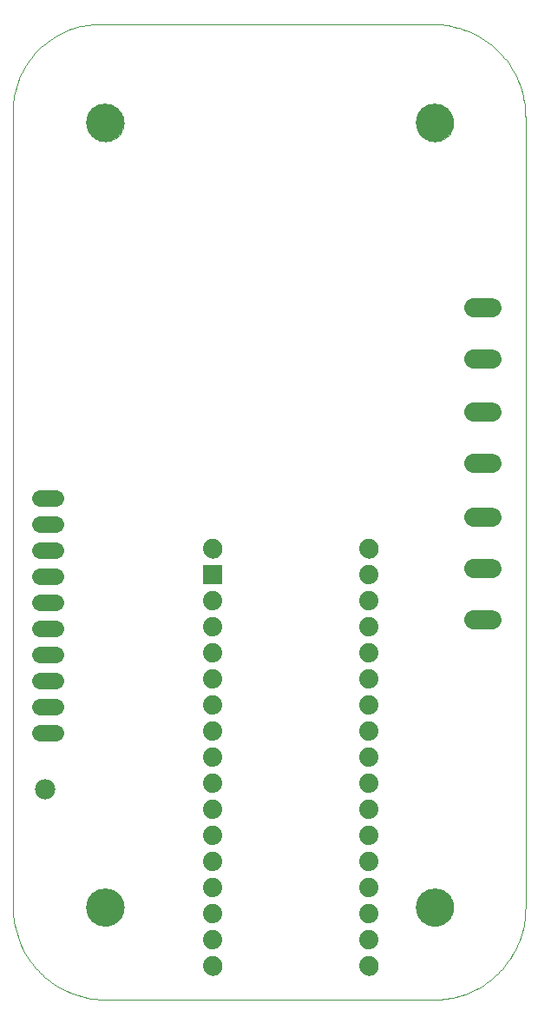
<source format=gbs>
G75*
%MOIN*%
%OFA0B0*%
%FSLAX24Y24*%
%IPPOS*%
%LPD*%
%AMOC8*
5,1,8,0,0,1.08239X$1,22.5*
%
%ADD10C,0.0000*%
%ADD11C,0.0780*%
%ADD12C,0.0640*%
%ADD13C,0.0745*%
%ADD14C,0.1457*%
%ADD15R,0.0740X0.0740*%
%ADD16C,0.0740*%
D10*
X001927Y006470D02*
X001927Y036785D01*
X005076Y040328D02*
X018068Y040328D01*
X018184Y040326D01*
X018300Y040320D01*
X018415Y040311D01*
X018530Y040298D01*
X018645Y040281D01*
X018759Y040260D01*
X018873Y040235D01*
X018985Y040207D01*
X019096Y040175D01*
X019207Y040140D01*
X019316Y040101D01*
X019424Y040058D01*
X019530Y040012D01*
X019635Y039963D01*
X019738Y039910D01*
X019840Y039853D01*
X019939Y039794D01*
X020036Y039731D01*
X020132Y039665D01*
X020225Y039596D01*
X020316Y039524D01*
X020404Y039449D01*
X020490Y039371D01*
X020573Y039290D01*
X020654Y039207D01*
X020732Y039121D01*
X020807Y039033D01*
X020879Y038942D01*
X020948Y038849D01*
X021014Y038753D01*
X021077Y038656D01*
X021136Y038557D01*
X021193Y038455D01*
X021246Y038352D01*
X021295Y038247D01*
X021341Y038141D01*
X021384Y038033D01*
X021423Y037924D01*
X021458Y037813D01*
X021490Y037702D01*
X021518Y037590D01*
X021543Y037476D01*
X021564Y037362D01*
X021581Y037247D01*
X021594Y037132D01*
X021603Y037017D01*
X021609Y036901D01*
X021611Y036785D01*
X021612Y036785D02*
X021612Y006470D01*
X017418Y006470D02*
X017420Y006523D01*
X017426Y006576D01*
X017436Y006628D01*
X017449Y006679D01*
X017467Y006729D01*
X017488Y006778D01*
X017513Y006825D01*
X017541Y006869D01*
X017573Y006912D01*
X017607Y006952D01*
X017645Y006990D01*
X017685Y007024D01*
X017728Y007056D01*
X017773Y007084D01*
X017819Y007109D01*
X017868Y007130D01*
X017918Y007148D01*
X017969Y007161D01*
X018021Y007171D01*
X018074Y007177D01*
X018127Y007179D01*
X018180Y007177D01*
X018233Y007171D01*
X018285Y007161D01*
X018336Y007148D01*
X018386Y007130D01*
X018435Y007109D01*
X018482Y007084D01*
X018526Y007056D01*
X018569Y007024D01*
X018609Y006990D01*
X018647Y006952D01*
X018681Y006912D01*
X018713Y006869D01*
X018741Y006824D01*
X018766Y006778D01*
X018787Y006729D01*
X018805Y006679D01*
X018818Y006628D01*
X018828Y006576D01*
X018834Y006523D01*
X018836Y006470D01*
X018834Y006417D01*
X018828Y006364D01*
X018818Y006312D01*
X018805Y006261D01*
X018787Y006211D01*
X018766Y006162D01*
X018741Y006115D01*
X018713Y006071D01*
X018681Y006028D01*
X018647Y005988D01*
X018609Y005950D01*
X018569Y005916D01*
X018526Y005884D01*
X018481Y005856D01*
X018435Y005831D01*
X018386Y005810D01*
X018336Y005792D01*
X018285Y005779D01*
X018233Y005769D01*
X018180Y005763D01*
X018127Y005761D01*
X018074Y005763D01*
X018021Y005769D01*
X017969Y005779D01*
X017918Y005792D01*
X017868Y005810D01*
X017819Y005831D01*
X017772Y005856D01*
X017728Y005884D01*
X017685Y005916D01*
X017645Y005950D01*
X017607Y005988D01*
X017573Y006028D01*
X017541Y006071D01*
X017513Y006116D01*
X017488Y006162D01*
X017467Y006211D01*
X017449Y006261D01*
X017436Y006312D01*
X017426Y006364D01*
X017420Y006417D01*
X017418Y006470D01*
X018128Y002926D02*
X018245Y002929D01*
X018362Y002936D01*
X018479Y002947D01*
X018596Y002961D01*
X018712Y002980D01*
X018827Y003002D01*
X018941Y003029D01*
X019055Y003059D01*
X019167Y003093D01*
X019279Y003130D01*
X019388Y003172D01*
X019497Y003216D01*
X019604Y003265D01*
X019709Y003317D01*
X019813Y003373D01*
X019914Y003432D01*
X020014Y003494D01*
X020111Y003560D01*
X020206Y003629D01*
X020299Y003701D01*
X020389Y003776D01*
X020477Y003854D01*
X020562Y003935D01*
X020644Y004018D01*
X020724Y004105D01*
X020800Y004194D01*
X020874Y004285D01*
X020944Y004379D01*
X021012Y004476D01*
X021076Y004574D01*
X021136Y004675D01*
X021194Y004777D01*
X021248Y004882D01*
X021298Y004988D01*
X021345Y005095D01*
X021388Y005205D01*
X021427Y005315D01*
X021463Y005427D01*
X021495Y005540D01*
X021523Y005654D01*
X021547Y005769D01*
X021568Y005885D01*
X021584Y006001D01*
X021597Y006118D01*
X021606Y006235D01*
X021611Y006352D01*
X021612Y006470D01*
X018127Y002927D02*
X005470Y002927D01*
X004761Y006470D02*
X004763Y006523D01*
X004769Y006576D01*
X004779Y006628D01*
X004792Y006679D01*
X004810Y006729D01*
X004831Y006778D01*
X004856Y006825D01*
X004884Y006869D01*
X004916Y006912D01*
X004950Y006952D01*
X004988Y006990D01*
X005028Y007024D01*
X005071Y007056D01*
X005116Y007084D01*
X005162Y007109D01*
X005211Y007130D01*
X005261Y007148D01*
X005312Y007161D01*
X005364Y007171D01*
X005417Y007177D01*
X005470Y007179D01*
X005523Y007177D01*
X005576Y007171D01*
X005628Y007161D01*
X005679Y007148D01*
X005729Y007130D01*
X005778Y007109D01*
X005825Y007084D01*
X005869Y007056D01*
X005912Y007024D01*
X005952Y006990D01*
X005990Y006952D01*
X006024Y006912D01*
X006056Y006869D01*
X006084Y006824D01*
X006109Y006778D01*
X006130Y006729D01*
X006148Y006679D01*
X006161Y006628D01*
X006171Y006576D01*
X006177Y006523D01*
X006179Y006470D01*
X006177Y006417D01*
X006171Y006364D01*
X006161Y006312D01*
X006148Y006261D01*
X006130Y006211D01*
X006109Y006162D01*
X006084Y006115D01*
X006056Y006071D01*
X006024Y006028D01*
X005990Y005988D01*
X005952Y005950D01*
X005912Y005916D01*
X005869Y005884D01*
X005824Y005856D01*
X005778Y005831D01*
X005729Y005810D01*
X005679Y005792D01*
X005628Y005779D01*
X005576Y005769D01*
X005523Y005763D01*
X005470Y005761D01*
X005417Y005763D01*
X005364Y005769D01*
X005312Y005779D01*
X005261Y005792D01*
X005211Y005810D01*
X005162Y005831D01*
X005115Y005856D01*
X005071Y005884D01*
X005028Y005916D01*
X004988Y005950D01*
X004950Y005988D01*
X004916Y006028D01*
X004884Y006071D01*
X004856Y006116D01*
X004831Y006162D01*
X004810Y006211D01*
X004792Y006261D01*
X004779Y006312D01*
X004769Y006364D01*
X004763Y006417D01*
X004761Y006470D01*
X001927Y006470D02*
X001929Y006354D01*
X001935Y006238D01*
X001944Y006123D01*
X001957Y006008D01*
X001974Y005893D01*
X001995Y005779D01*
X002020Y005665D01*
X002048Y005553D01*
X002080Y005442D01*
X002115Y005331D01*
X002154Y005222D01*
X002197Y005114D01*
X002243Y005008D01*
X002292Y004903D01*
X002345Y004800D01*
X002402Y004698D01*
X002461Y004599D01*
X002524Y004502D01*
X002590Y004406D01*
X002659Y004313D01*
X002731Y004222D01*
X002806Y004134D01*
X002884Y004048D01*
X002965Y003965D01*
X003048Y003884D01*
X003134Y003806D01*
X003222Y003731D01*
X003313Y003659D01*
X003406Y003590D01*
X003502Y003524D01*
X003599Y003461D01*
X003699Y003402D01*
X003800Y003345D01*
X003903Y003292D01*
X004008Y003243D01*
X004114Y003197D01*
X004222Y003154D01*
X004331Y003115D01*
X004442Y003080D01*
X004553Y003048D01*
X004665Y003020D01*
X004779Y002995D01*
X004893Y002974D01*
X005008Y002957D01*
X005123Y002944D01*
X005238Y002935D01*
X005354Y002929D01*
X005470Y002927D01*
X009245Y004220D02*
X009247Y004257D01*
X009253Y004294D01*
X009263Y004330D01*
X009276Y004365D01*
X009293Y004398D01*
X009314Y004429D01*
X009338Y004457D01*
X009365Y004483D01*
X009394Y004506D01*
X009425Y004526D01*
X009459Y004542D01*
X009494Y004555D01*
X009530Y004564D01*
X009567Y004569D01*
X009604Y004570D01*
X009641Y004567D01*
X009678Y004560D01*
X009714Y004549D01*
X009748Y004535D01*
X009781Y004517D01*
X009811Y004495D01*
X009839Y004471D01*
X009864Y004443D01*
X009887Y004413D01*
X009906Y004381D01*
X009921Y004347D01*
X009933Y004312D01*
X009941Y004276D01*
X009945Y004239D01*
X009945Y004201D01*
X009941Y004164D01*
X009933Y004128D01*
X009921Y004093D01*
X009906Y004059D01*
X009887Y004027D01*
X009864Y003997D01*
X009839Y003969D01*
X009811Y003945D01*
X009781Y003923D01*
X009748Y003905D01*
X009714Y003891D01*
X009678Y003880D01*
X009641Y003873D01*
X009604Y003870D01*
X009567Y003871D01*
X009530Y003876D01*
X009494Y003885D01*
X009459Y003898D01*
X009425Y003914D01*
X009394Y003934D01*
X009365Y003957D01*
X009338Y003983D01*
X009314Y004011D01*
X009293Y004042D01*
X009276Y004075D01*
X009263Y004110D01*
X009253Y004146D01*
X009247Y004183D01*
X009245Y004220D01*
X015245Y004220D02*
X015247Y004257D01*
X015253Y004294D01*
X015263Y004330D01*
X015276Y004365D01*
X015293Y004398D01*
X015314Y004429D01*
X015338Y004457D01*
X015365Y004483D01*
X015394Y004506D01*
X015425Y004526D01*
X015459Y004542D01*
X015494Y004555D01*
X015530Y004564D01*
X015567Y004569D01*
X015604Y004570D01*
X015641Y004567D01*
X015678Y004560D01*
X015714Y004549D01*
X015748Y004535D01*
X015781Y004517D01*
X015811Y004495D01*
X015839Y004471D01*
X015864Y004443D01*
X015887Y004413D01*
X015906Y004381D01*
X015921Y004347D01*
X015933Y004312D01*
X015941Y004276D01*
X015945Y004239D01*
X015945Y004201D01*
X015941Y004164D01*
X015933Y004128D01*
X015921Y004093D01*
X015906Y004059D01*
X015887Y004027D01*
X015864Y003997D01*
X015839Y003969D01*
X015811Y003945D01*
X015781Y003923D01*
X015748Y003905D01*
X015714Y003891D01*
X015678Y003880D01*
X015641Y003873D01*
X015604Y003870D01*
X015567Y003871D01*
X015530Y003876D01*
X015494Y003885D01*
X015459Y003898D01*
X015425Y003914D01*
X015394Y003934D01*
X015365Y003957D01*
X015338Y003983D01*
X015314Y004011D01*
X015293Y004042D01*
X015276Y004075D01*
X015263Y004110D01*
X015253Y004146D01*
X015247Y004183D01*
X015245Y004220D01*
X015245Y020220D02*
X015247Y020257D01*
X015253Y020294D01*
X015263Y020330D01*
X015276Y020365D01*
X015293Y020398D01*
X015314Y020429D01*
X015338Y020457D01*
X015365Y020483D01*
X015394Y020506D01*
X015425Y020526D01*
X015459Y020542D01*
X015494Y020555D01*
X015530Y020564D01*
X015567Y020569D01*
X015604Y020570D01*
X015641Y020567D01*
X015678Y020560D01*
X015714Y020549D01*
X015748Y020535D01*
X015781Y020517D01*
X015811Y020495D01*
X015839Y020471D01*
X015864Y020443D01*
X015887Y020413D01*
X015906Y020381D01*
X015921Y020347D01*
X015933Y020312D01*
X015941Y020276D01*
X015945Y020239D01*
X015945Y020201D01*
X015941Y020164D01*
X015933Y020128D01*
X015921Y020093D01*
X015906Y020059D01*
X015887Y020027D01*
X015864Y019997D01*
X015839Y019969D01*
X015811Y019945D01*
X015781Y019923D01*
X015748Y019905D01*
X015714Y019891D01*
X015678Y019880D01*
X015641Y019873D01*
X015604Y019870D01*
X015567Y019871D01*
X015530Y019876D01*
X015494Y019885D01*
X015459Y019898D01*
X015425Y019914D01*
X015394Y019934D01*
X015365Y019957D01*
X015338Y019983D01*
X015314Y020011D01*
X015293Y020042D01*
X015276Y020075D01*
X015263Y020110D01*
X015253Y020146D01*
X015247Y020183D01*
X015245Y020220D01*
X009245Y020220D02*
X009247Y020257D01*
X009253Y020294D01*
X009263Y020330D01*
X009276Y020365D01*
X009293Y020398D01*
X009314Y020429D01*
X009338Y020457D01*
X009365Y020483D01*
X009394Y020506D01*
X009425Y020526D01*
X009459Y020542D01*
X009494Y020555D01*
X009530Y020564D01*
X009567Y020569D01*
X009604Y020570D01*
X009641Y020567D01*
X009678Y020560D01*
X009714Y020549D01*
X009748Y020535D01*
X009781Y020517D01*
X009811Y020495D01*
X009839Y020471D01*
X009864Y020443D01*
X009887Y020413D01*
X009906Y020381D01*
X009921Y020347D01*
X009933Y020312D01*
X009941Y020276D01*
X009945Y020239D01*
X009945Y020201D01*
X009941Y020164D01*
X009933Y020128D01*
X009921Y020093D01*
X009906Y020059D01*
X009887Y020027D01*
X009864Y019997D01*
X009839Y019969D01*
X009811Y019945D01*
X009781Y019923D01*
X009748Y019905D01*
X009714Y019891D01*
X009678Y019880D01*
X009641Y019873D01*
X009604Y019870D01*
X009567Y019871D01*
X009530Y019876D01*
X009494Y019885D01*
X009459Y019898D01*
X009425Y019914D01*
X009394Y019934D01*
X009365Y019957D01*
X009338Y019983D01*
X009314Y020011D01*
X009293Y020042D01*
X009276Y020075D01*
X009263Y020110D01*
X009253Y020146D01*
X009247Y020183D01*
X009245Y020220D01*
X004761Y036549D02*
X004763Y036602D01*
X004769Y036655D01*
X004779Y036707D01*
X004792Y036758D01*
X004810Y036808D01*
X004831Y036857D01*
X004856Y036904D01*
X004884Y036948D01*
X004916Y036991D01*
X004950Y037031D01*
X004988Y037069D01*
X005028Y037103D01*
X005071Y037135D01*
X005116Y037163D01*
X005162Y037188D01*
X005211Y037209D01*
X005261Y037227D01*
X005312Y037240D01*
X005364Y037250D01*
X005417Y037256D01*
X005470Y037258D01*
X005523Y037256D01*
X005576Y037250D01*
X005628Y037240D01*
X005679Y037227D01*
X005729Y037209D01*
X005778Y037188D01*
X005825Y037163D01*
X005869Y037135D01*
X005912Y037103D01*
X005952Y037069D01*
X005990Y037031D01*
X006024Y036991D01*
X006056Y036948D01*
X006084Y036903D01*
X006109Y036857D01*
X006130Y036808D01*
X006148Y036758D01*
X006161Y036707D01*
X006171Y036655D01*
X006177Y036602D01*
X006179Y036549D01*
X006177Y036496D01*
X006171Y036443D01*
X006161Y036391D01*
X006148Y036340D01*
X006130Y036290D01*
X006109Y036241D01*
X006084Y036194D01*
X006056Y036150D01*
X006024Y036107D01*
X005990Y036067D01*
X005952Y036029D01*
X005912Y035995D01*
X005869Y035963D01*
X005824Y035935D01*
X005778Y035910D01*
X005729Y035889D01*
X005679Y035871D01*
X005628Y035858D01*
X005576Y035848D01*
X005523Y035842D01*
X005470Y035840D01*
X005417Y035842D01*
X005364Y035848D01*
X005312Y035858D01*
X005261Y035871D01*
X005211Y035889D01*
X005162Y035910D01*
X005115Y035935D01*
X005071Y035963D01*
X005028Y035995D01*
X004988Y036029D01*
X004950Y036067D01*
X004916Y036107D01*
X004884Y036150D01*
X004856Y036195D01*
X004831Y036241D01*
X004810Y036290D01*
X004792Y036340D01*
X004779Y036391D01*
X004769Y036443D01*
X004763Y036496D01*
X004761Y036549D01*
X001927Y036785D02*
X001922Y036900D01*
X001921Y037014D01*
X001924Y037128D01*
X001931Y037243D01*
X001942Y037357D01*
X001957Y037470D01*
X001975Y037583D01*
X001998Y037695D01*
X002024Y037807D01*
X002054Y037917D01*
X002088Y038026D01*
X002125Y038135D01*
X002167Y038241D01*
X002211Y038347D01*
X002260Y038450D01*
X002312Y038552D01*
X002367Y038653D01*
X002426Y038751D01*
X002488Y038847D01*
X002553Y038941D01*
X002622Y039033D01*
X002693Y039122D01*
X002768Y039209D01*
X002845Y039293D01*
X002925Y039375D01*
X003009Y039453D01*
X003094Y039529D01*
X003182Y039602D01*
X003273Y039672D01*
X003366Y039739D01*
X003461Y039802D01*
X003559Y039862D01*
X003658Y039919D01*
X003759Y039973D01*
X003862Y040023D01*
X003967Y040069D01*
X004073Y040112D01*
X004181Y040151D01*
X004289Y040186D01*
X004399Y040218D01*
X004510Y040246D01*
X004622Y040270D01*
X004735Y040291D01*
X004848Y040307D01*
X004962Y040320D01*
X005076Y040328D01*
X017418Y036549D02*
X017420Y036602D01*
X017426Y036655D01*
X017436Y036707D01*
X017449Y036758D01*
X017467Y036808D01*
X017488Y036857D01*
X017513Y036904D01*
X017541Y036948D01*
X017573Y036991D01*
X017607Y037031D01*
X017645Y037069D01*
X017685Y037103D01*
X017728Y037135D01*
X017773Y037163D01*
X017819Y037188D01*
X017868Y037209D01*
X017918Y037227D01*
X017969Y037240D01*
X018021Y037250D01*
X018074Y037256D01*
X018127Y037258D01*
X018180Y037256D01*
X018233Y037250D01*
X018285Y037240D01*
X018336Y037227D01*
X018386Y037209D01*
X018435Y037188D01*
X018482Y037163D01*
X018526Y037135D01*
X018569Y037103D01*
X018609Y037069D01*
X018647Y037031D01*
X018681Y036991D01*
X018713Y036948D01*
X018741Y036903D01*
X018766Y036857D01*
X018787Y036808D01*
X018805Y036758D01*
X018818Y036707D01*
X018828Y036655D01*
X018834Y036602D01*
X018836Y036549D01*
X018834Y036496D01*
X018828Y036443D01*
X018818Y036391D01*
X018805Y036340D01*
X018787Y036290D01*
X018766Y036241D01*
X018741Y036194D01*
X018713Y036150D01*
X018681Y036107D01*
X018647Y036067D01*
X018609Y036029D01*
X018569Y035995D01*
X018526Y035963D01*
X018481Y035935D01*
X018435Y035910D01*
X018386Y035889D01*
X018336Y035871D01*
X018285Y035858D01*
X018233Y035848D01*
X018180Y035842D01*
X018127Y035840D01*
X018074Y035842D01*
X018021Y035848D01*
X017969Y035858D01*
X017918Y035871D01*
X017868Y035889D01*
X017819Y035910D01*
X017772Y035935D01*
X017728Y035963D01*
X017685Y035995D01*
X017645Y036029D01*
X017607Y036067D01*
X017573Y036107D01*
X017541Y036150D01*
X017513Y036195D01*
X017488Y036241D01*
X017467Y036290D01*
X017449Y036340D01*
X017436Y036391D01*
X017426Y036443D01*
X017420Y036496D01*
X017418Y036549D01*
D11*
X003165Y010992D03*
D12*
X002946Y013141D02*
X003546Y013141D01*
X003546Y014141D02*
X002946Y014141D01*
X002946Y015141D02*
X003546Y015141D01*
X003546Y016141D02*
X002946Y016141D01*
X002946Y017141D02*
X003546Y017141D01*
X003546Y018141D02*
X002946Y018141D01*
X002946Y019141D02*
X003546Y019141D01*
X003546Y020141D02*
X002946Y020141D01*
X002946Y021141D02*
X003546Y021141D01*
X003546Y022141D02*
X002946Y022141D01*
D13*
X019625Y021439D02*
X020330Y021439D01*
X020330Y019470D02*
X019625Y019470D01*
X019625Y017501D02*
X020330Y017501D01*
X020323Y023486D02*
X019618Y023486D01*
X019618Y025454D02*
X020323Y025454D01*
X020323Y027486D02*
X019618Y027486D01*
X019618Y029454D02*
X020323Y029454D01*
D14*
X018127Y036549D03*
X005470Y036549D03*
X005470Y006470D03*
X018127Y006470D03*
D15*
X009595Y019220D03*
D16*
X009595Y020220D03*
X009595Y018220D03*
X009595Y017220D03*
X009595Y016220D03*
X009595Y015220D03*
X009595Y014220D03*
X009595Y013220D03*
X009595Y012220D03*
X009595Y011220D03*
X009595Y010220D03*
X009595Y009220D03*
X009595Y008220D03*
X009595Y007220D03*
X009595Y006220D03*
X009595Y005220D03*
X009595Y004220D03*
X015595Y004220D03*
X015595Y005220D03*
X015595Y006220D03*
X015595Y007220D03*
X015595Y008220D03*
X015595Y009220D03*
X015595Y010220D03*
X015595Y011220D03*
X015595Y012220D03*
X015595Y013220D03*
X015595Y014220D03*
X015595Y015220D03*
X015595Y016220D03*
X015595Y017220D03*
X015595Y018220D03*
X015595Y019220D03*
X015595Y020220D03*
M02*

</source>
